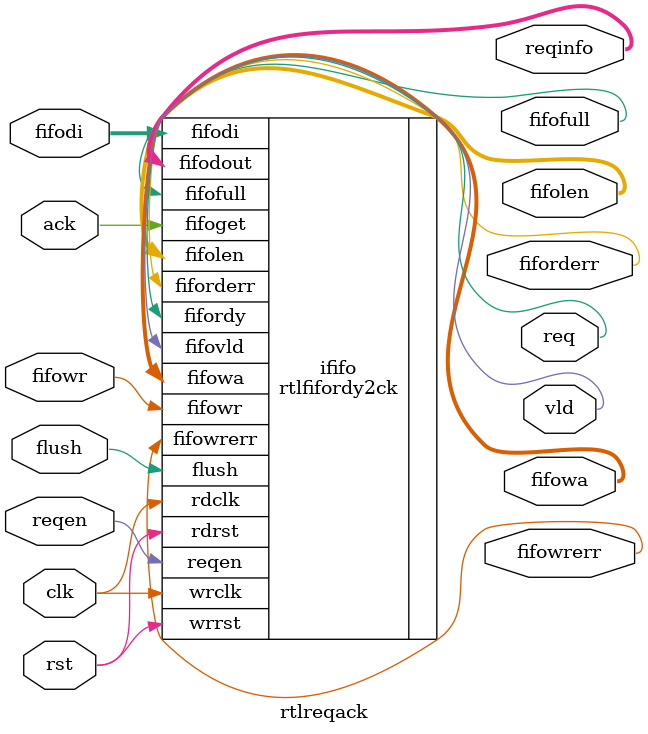
<source format=v>

module rtlreqack
    (
     clk,
     rst,

     // REQ/ACK interface
     req,
     reqinfo,
     ack,
     vld,

     // Write valid information into a FIFO to request 
     fifowr,
     fifodi,

     // Control/monitor
     flush,
     reqen,
     fifowrerr,
     fiforderr,
     fifofull,
     fifowa,
     fifolen
     );

////////////////////////////////////////////////////////////////////////////////
// Parameter declarations
parameter           ADD = 8;
parameter           LEN = 256;
parameter           WIDTH = 128;
parameter           TYPE = "AUTO";

////////////////////////////////////////////////////////////////////////////////
// Port declarations
input               clk,
                    rst;

output              req;
output [WIDTH-1:0]  reqinfo;
input               ack;
output              vld;
input               flush;
input               reqen;         
input               fifowr;
input [WIDTH-1:0]   fifodi;

output              fifowrerr;
output              fiforderr;
output              fifofull;
output [ADD-1:0]    fifowa;
output [ADD:0]      fifolen;

////////////////////////////////////////////////////////////////////////////////
// Output declarations

////////////////////////////////////////////////////////////////////////////////
// Local logic and instantiation

rtlfifordy2ck ififo
    (
     .wrclk         (clk),
     .wrrst        (rst),
     .rdclk         (clk),
     .rdrst        (rst),
     
     // Output interface @rdclk
     .fifordy       (req),
     .fifodout      (reqinfo),
     .fifoget       (ack),
     .fifovld       (vld),
     
     // Write interface @wrclk
     .fifowr        (fifowr),
     .fifodi        (fifodi),
     
     // Control/monitor
     .flush         (flush),
     .reqen         (reqen),
     .fifowrerr     (fifowrerr),
     .fiforderr     (fiforderr),
     .fifofull      (fifofull),
     .fifolen       (fifolen),
     .fifowa        (fifowa)
     );
defparam
        ififo.ADD = ADD,
        ififo.LEN = LEN,
        ififo.WIDTH = WIDTH,
        ififo.TYPE = TYPE,
        ififo.DUAL_CLK = "OFF";

endmodule 

</source>
